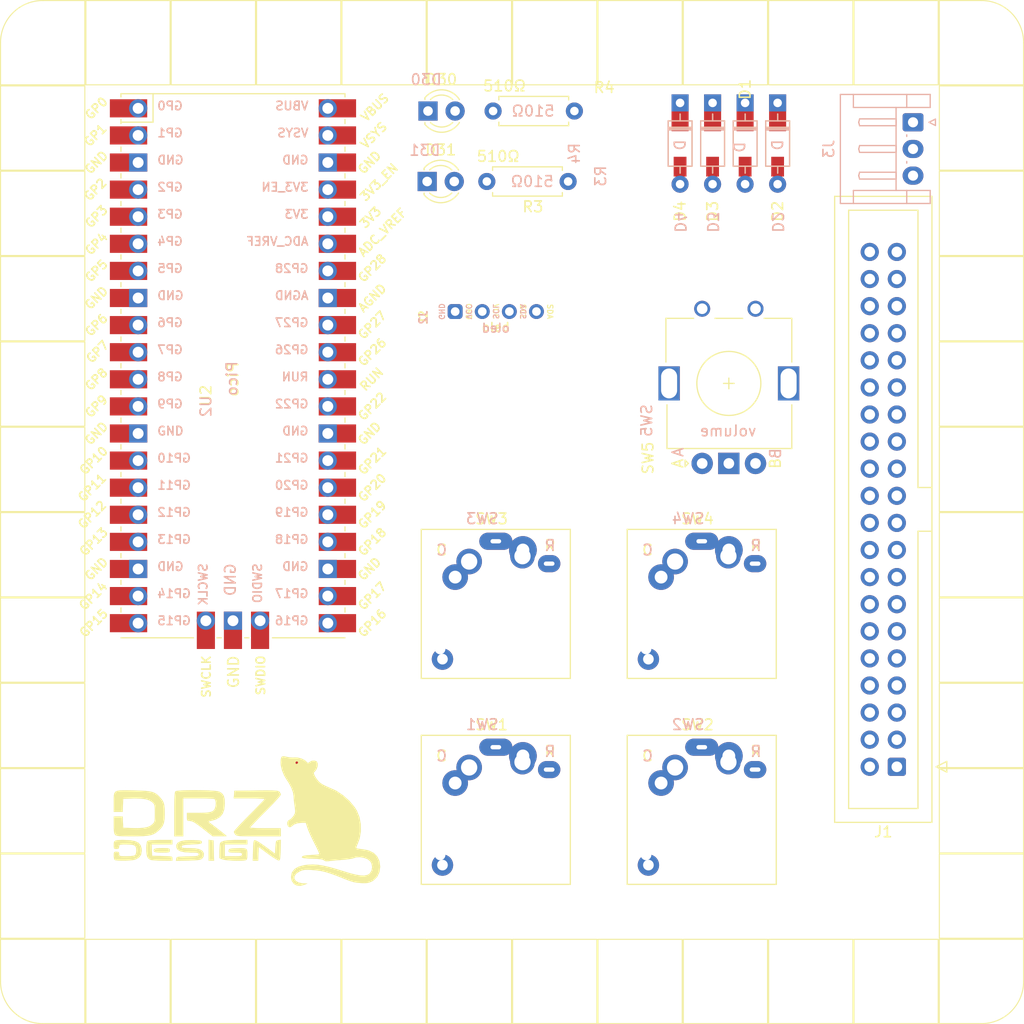
<source format=kicad_pcb>
(kicad_pcb (version 20211014) (generator pcbnew)
  (layers (0 "F.Cu" signal) (31 "B.Cu" signal) (34 "B.Paste" user) (35 "F.Paste" user) (36 "B.SilkS" user "B.Silkscreen") (37 "F.SilkS" user "F.Silkscreen") (38 "B.Mask" user) (39 "F.Mask" user) (44 "Edge.Cuts" user))
  (net 0 "")
  (net 1 "c1")
  (net 2 "c2")
  (net 3 "SCLK")
  (net 4 "MISO")
  (net 7 "r1")
  (net 8 "r2")
  (net 9 "GND")
  (net 12 "gnd")
  (net 15 "+3V3")
  (net 20 "ea")
  (net 21 "eb")
  (net 22 "MOSI")
  (net 23 "SCL")
  (net 24 "5V")
  (net 25 "SDA")
  (net 30 "leds_data")
  (net 33 "led1")
  (net 34 "led2")
  (net 35 "+5V")
  (net 36 "Net-(D5-Pad1)")
  (net 37 "run")
  (net 38 "Net-(D1-Pad1)")
  (net 39 "Net-(D2-Pad1)")
  (net 40 "Net-(D3-Pad1)")
  (net 41 "Net-(D4-Pad1)")
  (net 42 "Net-(D30-Pad2)")
  (net 43 "Net-(D31-Pad2)")
  (net 50 "tx")
  (net 52 "rx")
  (footprint "m65:diode_v" (layer "F.Cu") (at 123.952 30.734 -90)
    (fp_text reference "D1" (at -1.27 0 90) (layer "F.SilkS"))
    (fp_text value "D")
    (pad "1" smd rect (at 1.725 0 270) (size 1.85 1.6) (layers "F.Cu" "F.Paste" "F.Mask") (net 38 "Net-(D1-Pad1)"))
    (pad "1" thru_hole rect (at 0 0 270) (size 1.6 1.6) (drill 0.8) (layers *.Cu *.Mask) (net 38 "Net-(D1-Pad1)"))
    (pad "2" thru_hole oval (at 7.62 0 270) (size 1.6 1.6) (drill 0.8) (layers *.Cu *.Mask) (net 1 "c1"))
    (pad "2" smd rect (at 5.975 0 270) (size 1.85 1.2) (layers "F.Cu" "F.Paste" "F.Mask") (net 1 "c1"))
  )
  (footprint "m65:diode_v" (layer "F.Cu") (at 127 30.734 -90)
    (fp_text reference "D2" (at 10.16 0 90) (layer "F.SilkS"))
    (fp_text value "D")
    (fp_text user "${VALUE}" (at 3.95 0 90) (layer "B.SilkS") (effects (justify mirror)))
    (fp_text user "${REFERENCE}" (at 11.175 0 -90 unlocked) (layer "B.SilkS") (effects (justify mirror)))
    (pad "1" smd rect (at 1.725 0 270) (size 1.85 1.6) (layers "F.Cu" "F.Paste" "F.Mask") (net 39 "Net-(D2-Pad1)"))
    (pad "1" thru_hole rect (at 0 0 270) (size 1.6 1.6) (drill 0.8) (layers *.Cu *.Mask) (net 39 "Net-(D2-Pad1)"))
    (pad "2" smd rect (at 5.975 0 270) (size 1.85 1.2) (layers "F.Cu" "F.Paste" "F.Mask") (net 1 "c1"))
    (pad "2" thru_hole oval (at 7.62 0 270) (size 1.6 1.6) (drill 0.8) (layers *.Cu *.Mask) (net 1 "c1"))
  )
  (footprint "m65:diode_v" (layer "F.Cu") (at 120.904 30.734 -90)
    (fp_text reference "D3" (at 10.16 0 90) (layer "F.SilkS"))
    (fp_text value "D")
    (fp_text user "${REFERENCE}" (at 11.175 0 -90 unlocked) (layer "B.SilkS") (effects (justify mirror)))
    (fp_text user "${VALUE}" (at 4.158 -2.54 90) (layer "B.SilkS") (effects (justify mirror)))
    (pad "1" thru_hole rect (at 0 0 270) (size 1.6 1.6) (drill 0.8) (layers *.Cu *.Mask) (net 40 "Net-(D3-Pad1)"))
    (pad "1" smd rect (at 1.725 0 270) (size 1.85 1.6) (layers "F.Cu" "F.Paste" "F.Mask") (net 40 "Net-(D3-Pad1)"))
    (pad "2" thru_hole oval (at 7.62 0 270) (size 1.6 1.6) (drill 0.8) (layers *.Cu *.Mask) (net 2 "c2"))
    (pad "2" smd rect (at 5.975 0 270) (size 1.85 1.2) (layers "F.Cu" "F.Paste" "F.Mask") (net 2 "c2"))
  )
  (footprint "m65:diode_v" (layer "F.Cu") (at 117.856 30.734 -90)
    (fp_text reference "D4" (at 10.16 0 90) (layer "F.SilkS"))
    (fp_text value "D")
    (fp_text user "${REFERENCE}" (at 11.175 0 -90 unlocked) (layer "B.SilkS") (effects (justify mirror)))
    (fp_text user "${VALUE}" (at 3.95 0 90) (layer "B.SilkS") (effects (justify mirror)))
    (pad "1" smd rect (at 1.725 0 270) (size 1.85 1.6) (layers "F.Cu" "F.Paste" "F.Mask") (net 41 "Net-(D4-Pad1)"))
    (pad "1" thru_hole rect (at 0 0 270) (size 1.6 1.6) (drill 0.8) (layers *.Cu *.Mask) (net 41 "Net-(D4-Pad1)"))
    (pad "2" smd rect (at 5.975 0 270) (size 1.85 1.2) (layers "F.Cu" "F.Paste" "F.Mask") (net 2 "c2"))
    (pad "2" thru_hole oval (at 7.62 0 270) (size 1.6 1.6) (drill 0.8) (layers *.Cu *.Mask) (net 2 "c2"))
  )
  (footprint "m65:LED_D3.0mm_lwr" (layer "F.Cu") (at 94.229 31.496)
    (fp_text reference "D30" (at 1.27 -2.96) (layer "F.SilkS"))
    (fp_text value "LED")
    (fp_text user "${REFERENCE}" (at -0.175 -2.95) (layer "B.SilkS") (effects (justify mirror)))
    (pad "1" thru_hole rect (at 0 0) (size 1.8 1.8) (drill 0.9) (layers *.Cu *.Mask) (net 9 "GND"))
    (pad "2" thru_hole circle (at 2.54 0) (size 1.8 1.8) (drill 0.9) (layers *.Cu *.Mask) (net 42 "Net-(D30-Pad2)"))
  )
  (footprint "m65:LED_D3.0mm_rse" (layer "F.Cu") (at 94.149 38.1)
    (fp_text reference "D31" (at 1.27 -2.96) (layer "F.SilkS"))
    (fp_text value "LED")
    (fp_text user "${REFERENCE}" (at -0.225 -2.925) (layer "B.SilkS") (effects (justify mirror)))
    (pad "1" thru_hole rect (at 0 0) (size 1.8 1.8) (drill 0.9) (layers *.Cu *.Mask) (net 9 "GND"))
    (pad "2" thru_hole circle (at 2.54 0) (size 1.8 1.8) (drill 0.9) (layers *.Cu *.Mask) (net 43 "Net-(D31-Pad2)"))
  )
  (footprint "m65:R510_led" (layer "F.Cu") (at 107.362 38.1 180)
    (fp_text reference "R3" (at 3.302 -2.37) (layer "F.SilkS"))
    (fp_text value "510Ω" (at 6.55 2.35) (layer "F.SilkS"))
    (fp_text user "${VALUE}" (at 3.367 0) (layer "B.SilkS") (effects (justify mirror)))
    (fp_text user "${REFERENCE}" (at -3.048 0.508 90) (layer "B.SilkS") (effects (justify mirror)))
    (pad "1" thru_hole circle (at 0 0 180) (size 1.6 1.6) (drill 0.8) (layers *.Cu *.Mask) (net 42 "Net-(D30-Pad2)"))
    (pad "2" thru_hole oval (at 7.62 0 180) (size 1.6 1.6) (drill 0.8) (layers *.Cu *.Mask) (net 33 "led1"))
  )
  (footprint "m65:R510_led" (layer "F.Cu") (at 107.95 31.496 180)
    (fp_text reference "R4" (at -2.794 2.202) (layer "F.SilkS"))
    (fp_text value "510Ω" (at 6.55 2.35) (layer "F.SilkS"))
    (fp_text user "${REFERENCE}" (at 0 -3.976 90) (layer "B.SilkS") (effects (justify mirror)))
    (fp_text user "${VALUE}" (at 3.875 0) (layer "B.SilkS") (effects (justify mirror)))
    (pad "1" thru_hole circle (at 0 0 180) (size 1.6 1.6) (drill 0.8) (layers *.Cu *.Mask) (net 43 "Net-(D31-Pad2)"))
    (pad "2" thru_hole oval (at 7.62 0 180) (size 1.6 1.6) (drill 0.8) (layers *.Cu *.Mask) (net 34 "led2"))
  )
  (footprint "m-lego:CherryMX_ChocV2_1u-3dchocov2" (layer "F.Cu") (at 100.584 97.028)
    (fp_text reference "SW1" hide)
    (fp_text value "mx" hide)
    (fp_text user "R" (at 5.08 -5.5 unlocked) (layer "B.SilkS") (effects (justify mirror)))
    (fp_text user "C" (at -5.08 -5.08 unlocked) (layer "B.SilkS") (effects (justify mirror)))
    (fp_text user "${REFERENCE}" (at -1.27 -8.02 unlocked) (layer "B.SilkS") (effects (justify mirror)))
    (fp_text user "${REFERENCE}" (at -0.4 -8 unlocked) (layer "F.SilkS"))
    (fp_text user "R" (at 5.08 -5.5 unlocked) (layer "F.SilkS"))
    (fp_text user "C" (at -5.08 -5.08 unlocked) (layer "F.SilkS"))
    (pad "" np_thru_hole circle (at -5.22 4.2) (size 0.9906 0.9906) (drill 0.9906) (layers F&B.Cu *.Mask))
    (pad "" np_thru_hole circle (at 5.5 0) (size 1.7 1.7) (drill 1.7) (layers F&B.Cu *.Mask))
    (pad "" np_thru_hole circle (at 0 0 90) (size 4.8 4.8) (drill 4.8) (layers F&B.Cu *.Mask))
    (pad "" np_thru_hole circle (at -5.5 0) (size 1.7 1.7) (drill 1.7) (layers F&B.Cu *.Mask))
    (pad "" np_thru_hole circle (at -5.08 0) (size 1.7 1.7) (drill 1.7) (layers *.Cu *.Mask))
    (pad "" np_thru_hole circle (at 5.08 0) (size 1.7 1.7) (drill 1.7) (layers *.Cu *.Mask))
    (pad "" thru_hole circle (at -5 5.15 0.5) (size 2 2) (drill 1) (layers *.Cu *.Mask))
    (pad "1" thru_hole circle (at 2.54 -5.08) (size 2.6 2.6) (drill 1.2) (layers *.Cu *.Mask) (net 7 "r1"))
    (pad "1" thru_hole oval (at 0 -5.9) (size 3.1 1.6) (drill oval 1 0.4) (layers *.Cu *.Mask) (net 7 "r1"))
    (pad "1" thru_hole circle (at 2.5 -4.5) (size 2.3 2.3) (drill 1.524) (layers *.Cu *.Mask) (net 7 "r1"))
    (pad "2" thru_hole oval (at 5 -3.8) (size 2.1 1.6) (drill oval 1 0.4) (layers *.Cu *.Mask) (net 38 "Net-(D1-Pad1)"))
    (pad "2" thru_hole circle (at -2.5 -4) (size 2.4 2.4) (drill 1.524) (layers *.Cu *.Mask) (net 38 "Net-(D1-Pad1)"))
    (pad "2" thru_hole circle (at -3.81 -2.54) (size 2.4 2.4) (drill 1.2) (layers *.Cu *.Mask) (net 38 "Net-(D1-Pad1)"))
  )
  (footprint "m-lego:CherryMX_ChocV2_1u-3dchocov2" (layer "F.Cu") (at 119.888 97.028)
    (fp_text reference "SW2" hide)
    (fp_text value "mx" hide)
    (fp_text user "C" (at -5.08 -5.08 unlocked) (layer "B.SilkS") (effects (justify mirror)))
    (fp_text user "${REFERENCE}" (at -1.27 -8.02 unlocked) (layer "B.SilkS") (effects (justify mirror)))
    (fp_text user "R" (at 5.08 -5.5 unlocked) (layer "B.SilkS") (effects (justify mirror)))
    (fp_text user "R" (at 5.08 -5.5 unlocked) (layer "F.SilkS"))
    (fp_text user "C" (at -5.08 -5.08 unlocked) (layer "F.SilkS"))
    (fp_text user "${REFERENCE}" (at -0.4 -8 unlocked) (layer "F.SilkS"))
    (pad "" np_thru_hole circle (at 0 0 90) (size 4.8 4.8) (drill 4.8) (layers F&B.Cu *.Mask))
    (pad "" np_thru_hole circle (at -5.22 4.2) (size 0.9906 0.9906) (drill 0.9906) (layers F&B.Cu *.Mask))
    (pad "" thru_hole circle (at -5 5.15 0.5) (size 2 2) (drill 1) (layers *.Cu *.Mask))
    (pad "" np_thru_hole circle (at 5.5 0) (size 1.7 1.7) (drill 1.7) (layers F&B.Cu *.Mask))
    (pad "" np_thru_hole circle (at 5.08 0) (size 1.7 1.7) (drill 1.7) (layers *.Cu *.Mask))
    (pad "" np_thru_hole circle (at -5.08 0) (size 1.7 1.7) (drill 1.7) (layers *.Cu *.Mask))
    (pad "" np_thru_hole circle (at -5.5 0) (size 1.7 1.7) (drill 1.7) (layers F&B.Cu *.Mask))
    (pad "1" thru_hole oval (at 0 -5.9) (size 3.1 1.6) (drill oval 1 0.4) (layers *.Cu *.Mask) (net 8 "r2"))
    (pad "1" thru_hole circle (at 2.54 -5.08) (size 2.6 2.6) (drill 1.2) (layers *.Cu *.Mask) (net 8 "r2"))
    (pad "1" thru_hole circle (at 2.5 -4.5) (size 2.3 2.3) (drill 1.524) (layers *.Cu *.Mask) (net 8 "r2"))
    (pad "2" thru_hole oval (at 5 -3.8) (size 2.1 1.6) (drill oval 1 0.4) (layers *.Cu *.Mask) (net 39 "Net-(D2-Pad1)"))
    (pad "2" thru_hole circle (at -3.81 -2.54) (size 2.4 2.4) (drill 1.2) (layers *.Cu *.Mask) (net 39 "Net-(D2-Pad1)"))
    (pad "2" thru_hole circle (at -2.5 -4) (size 2.4 2.4) (drill 1.524) (layers *.Cu *.Mask) (net 39 "Net-(D2-Pad1)"))
  )
  (footprint "m-lego:CherryMX_ChocV2_1u-3dchocov2" (layer "F.Cu") (at 100.584 77.724)
    (fp_text reference "SW3" hide)
    (fp_text value "mx" hide)
    (fp_text user "${REFERENCE}" (at -1.27 -8.02 unlocked) (layer "B.SilkS") (effects (justify mirror)))
    (fp_text user "R" (at 5.08 -5.5 unlocked) (layer "B.SilkS") (effects (justify mirror)))
    (fp_text user "C" (at -5.08 -5.08 unlocked) (layer "B.SilkS") (effects (justify mirror)))
    (fp_text user "C" (at -5.08 -5.08 unlocked) (layer "F.SilkS"))
    (fp_text user "R" (at 5.08 -5.5 unlocked) (layer "F.SilkS"))
    (fp_text user "${REFERENCE}" (at -0.4 -8 unlocked) (layer "F.SilkS"))
    (pad "" np_thru_hole circle (at 5.5 0) (size 1.7 1.7) (drill 1.7) (layers F&B.Cu *.Mask))
    (pad "" np_thru_hole circle (at -5.5 0) (size 1.7 1.7) (drill 1.7) (layers F&B.Cu *.Mask))
    (pad "" np_thru_hole circle (at 5.08 0) (size 1.7 1.7) (drill 1.7) (layers *.Cu *.Mask))
    (pad "" thru_hole circle (at -5 5.15 0.5) (size 2 2) (drill 1) (layers *.Cu *.Mask))
    (pad "" np_thru_hole circle (at 0 0 90) (size 4.8 4.8) (drill 4.8) (layers F&B.Cu *.Mask))
    (pad "" np_thru_hole circle (at -5.08 0) (size 1.7 1.7) (drill 1.7) (layers *.Cu *.Mask))
    (pad "" np_thru_hole circle (at -5.22 4.2) (size 0.9906 0.9906) (drill 0.9906) (layers F&B.Cu *.Mask))
    (pad "1" thru_hole circle (at 2.54 -5.08) (size 2.6 2.6) (drill 1.2) (layers *.Cu *.Mask) (net 7 "r1"))
    (pad "1" thru_hole oval (at 0 -5.9) (size 3.1 1.6) (drill oval 1 0.4) (layers *.Cu *.Mask) (net 7 "r1"))
    (pad "1" thru_hole circle (at 2.5 -4.5) (size 2.3 2.3) (drill 1.524) (layers *.Cu *.Mask) (net 7 "r1"))
    (pad "2" thru_hole circle (at -2.5 -4) (size 2.4 2.4) (drill 1.524) (layers *.Cu *.Mask) (net 40 "Net-(D3-Pad1)"))
    (pad "2" thru_hole oval (at 5 -3.8) (size 2.1 1.6) (drill oval 1 0.4) (layers *.Cu *.Mask) (net 40 "Net-(D3-Pad1)"))
    (pad "2" thru_hole circle (at -3.81 -2.54) (size 2.4 2.4) (drill 1.2) (layers *.Cu *.Mask) (net 40 "Net-(D3-Pad1)"))
  )
  (footprint "m65:RotaryEncoder_Alps_EC11E_Vertical_H20mm" (layer "F.Cu") (at 119.928 64.529 90)
    (fp_text reference "SW5" (at 0.508 -5.08 90) (layer "F.SilkS"))
    (fp_text value "volume")
    (fp_text user "${VALUE}" (at 3.05 2.425) (layer "B.SilkS") (effects (justify mirror)))
    (fp_text user "B" (at 0.925 6.875 90 unlocked) (layer "B.SilkS") (effects (justify mirror)))
    (fp_text user "A" (at 1.05 -2.275 90 unlocked) (layer "B.SilkS") (effects (justify mirror)))
    (fp_text user "${REFERENCE}" (at 4.025 -5.2 90) (layer "B.SilkS") (effects (justify mirror)))
    (fp_text user "B" (at 0 6.858 90 unlocked) (layer "F.SilkS"))
    (fp_text user "A" (at 0 -2.286 90 unlocked) (layer "F.SilkS"))
    (pad "A" thru_hole circle (at 0 0 90) (size 2 2) (drill 1) (layers *.Cu *.Mask) (net 20 "ea"))
    (pad "B" thru_hole circle (at 0 5 90) (size 2 2) (drill 1) (layers *.Cu *.Mask) (net 21 "eb"))
    (pad "C" thru_hole rect (at 0 2.5 90) (size 2 2) (drill 1) (layers *.Cu *.Mask) (net 12 "gnd"))
    (pad "MP" thru_hole rect (at 7.5 8.1 90) (size 3.2 2) (drill oval 2.8 1.5) (layers *.Cu *.Mask))
    (pad "MP" thru_hole rect (at 7.5 -3.1 90) (size 3.2 2) (drill oval 2.8 1.5) (layers *.Cu *.Mask))
    (pad "S1" thru_hole circle (at 14.5 0 90) (size 1.5 1.5) (drill 1) (layers *.Cu *.Mask) (net 36 "Net-(D5-Pad1)"))
    (pad "S2" thru_hole circle (at 14.5 5 90) (size 1.5 1.5) (drill 1) (layers *.Cu *.Mask) (net 7 "r1"))
  )
  (footprint "m-lego:LegoHole_12x12u_4875" (layer "F.Cu") (at 58.108 25.088)
    (fp_text reference "H1" hide)
    (fp_text value "MountingHole" hide)
    (pad "" np_thru_hole circle (at 8 0 90) (size 4.875 4.875) (drill 4.875) (layers F&B.Cu *.Mask))
    (pad "" np_thru_hole circle (at 72 0 90) (size 4.875 4.875) (drill 4.875) (layers F&B.Cu *.Mask))
    (pad "" np_thru_hole circle (at 88 32) (size 4.875 4.875) (drill 4.875) (layers F&B.Cu *.Mask))
    (pad "" np_thru_hole circle (at 88 0) (size 4.875 4.875) (drill 4.875) (layers F&B.Cu *.Mask))
    (pad "" np_thru_hole circle (at 88 64) (size 4.875 4.875) (drill 4.875) (layers F&B.Cu *.Mask))
    (pad "" np_thru_hole circle (at 32 0 90) (size 4.875 4.875) (drill 4.875) (layers F&B.Cu *.Mask))
    (pad "" np_thru_hole circle (at 16 88 270) (size 4.875 4.875) (drill 4.875) (layers F&B.Cu *.Mask))
    (pad "" np_thru_hole circle (at 24 0 90) (size 4.875 4.875) (drill 4.875) (layers F&B.Cu *.Mask))
    (pad "" np_thru_hole circle (at 88 56) (size 4.875 4.875) (drill 4.875) (layers F&B.Cu *.Mask))
    (pad "" np_thru_hole circle (at 88 48) (size 4.875 4.875) (drill 4.875) (layers F&B.Cu *.Mask))
    (pad "" np_thru_hole circle (at 80 0 90) (size 4.875 4.875) (drill 4.875) (layers F&B.Cu *.Mask))
    (pad "" np_thru_hole circle (at 0 40 180) (size 4.875 4.875) (drill 4.875) (layers F&B.Cu *.Mask))
    (pad "" np_thru_hole circle (at 24 88 270) (size 4.875 4.875) (drill 4.875) (layers F&B.Cu *.Mask))
    (pad "" np_thru_hole circle (at 56 0 90) (size 4.875 4.875) (drill 4.875) (layers F&B.Cu *.Mask))
    (pad "" np_thru_hole circle (at 0 0 90) (size 4.875 4.875) (drill 4.875) (layers F&B.Cu *.Mask))
    (pad "" np_thru_hole circle (at 64 0 90) (size 4.875 4.875) (drill 4.875) (layers F&B.Cu *.Mask))
    (pad "" np_thru_hole circle (at 88 16) (size 4.875 4.875) (drill 4.875) (layers F&B.Cu *.Mask))
    (pad "" np_thru_hole circle (at 0 8 180) (size 4.875 4.875) (drill 4.875) (layers F&B.Cu *.Mask))
    (pad "" np_thru_hole circle (at 88 72) (size 4.875 4.875) (drill 4.875) (layers F&B.Cu *.Mask))
    (pad "" np_thru_hole circle (at 32 88 270) (size 4.875 4.875) (drill 4.875) (layers F&B.Cu *.Mask))
    (pad "" np_thru_hole circle (at 0 80 180) (size 4.875 4.875) (drill 4.875) (layers F&B.Cu *.Mask))
    (pad "" np_thru_hole circle (at 0 48 180) (size 4.875 4.875) (drill 4.875) (layers F&B.Cu *.Mask))
    (pad "" np_thru_hole circle (at 48 0 90) (size 4.875 4.875) (drill 4.875) (layers F&B.Cu *.Mask))
    (pad "" np_thru_hole circle (at 88 40) (size 4.875 4.875) (drill 4.875) (layers F&B.Cu *.Mask))
    (pad "" np_thru_hole circle (at 72 88 270) (size 4.875 4.875) (drill 4.875) (layers F&B.Cu *.Mask))
    (pad "" np_thru_hole circle (at 40 0 90) (size 4.875 4.875) (drill 4.875) (layers F&B.Cu *.Mask))
    (pad "" np_thru_hole circle (at 8 88 270) (size 4.875 4.875) (drill 4.875) (layers F&B.Cu *.Mask))
    (pad "" np_thru_hole circle (at 88 80) (size 4.875 4.875) (drill 4.875) (layers F&B.Cu *.Mask))
    (pad "" np_thru_hole circle (at 16 0 90) (size 4.875 4.875) (drill 4.875) (layers F&B.Cu *.Mask))
    (pad "" np_thru_hole circle (at 88 8) (size 4.875 4.875) (drill 4.875) (layers F&B.Cu *.Mask))
    (pad "" np_thru_hole circle (at 0 16 180) (size 4.875 4.875) (drill 4.875) (layers F&B.Cu *.Mask))
    (pad "" np_thru_hole circle (at 88 88 270) (size 4.875 4.875) (drill 4.875) (layers F&B.Cu *.Mask))
    (pad "" np_thru_hole circle (at 40 88 270) (size 4.875 4.875) (drill 4.875) (layers F&B.Cu *.Mask))
    (pad "" np_thru_hole circle (at 48 88 270) (size 4.875 4.875) (drill 4.875) (layers F&B.Cu *.Mask))
    (pad "" np_thru_hole circle (at 0 88 180) (size 4.875 4.875) (drill 4.875) (layers F&B.Cu *.Mask))
    (pad "" np_thru_hole circle (at 0 64 180) (size 4.875 4.875) (drill 4.875) (layers F&B.Cu *.Mask))
    (pad "" np_thru_hole circle (at 0 32 180) (size 4.875 4.875) (drill 4.875) (layers F&B.Cu *.Mask))
    (pad "" np_thru_hole circle (at 0 72 180) (size 4.875 4.875) (drill 4.875) (layers F&B.Cu *.Mask))
    (pad "" np_thru_hole circle (at 80 88 270) (size 4.875 4.875) (drill 4.875) (layers F&B.Cu *.Mask))
    (pad "" np_thru_hole circle (at 64 88 270) (size 4.875 4.875) (drill 4.875) (layers F&B.Cu *.Mask))
    (pad "" np_thru_hole circle (at 0 56 180) (size 4.875 4.875) (drill 4.875) (layers F&B.Cu *.Mask))
    (pad "" np_thru_hole circle (at 56 88 270) (size 4.875 4.875) (drill 4.875) (layers F&B.Cu *.Mask))
    (pad "" np_thru_hole circle (at 0 24 180) (size 4.875 4.875) (drill 4.875) (layers F&B.Cu *.Mask))
    (pad "" np_thru_hole circle (at 88 24) (size 4.875 4.875) (drill 4.875) (layers F&B.Cu *.Mask))
  )
  (footprint "Connector_IDC:IDC-Header_2x20_P2.54mm_Vertical" (layer "F.Cu") (at 138.176 92.964 180)
    (fp_text reference "J1" (at 1.27 -6.1) (layer "F.SilkS"))
    (fp_text value "EXT. PORT")
    (pad "1" thru_hole roundrect (at 0 0 180) (size 1.7 1.7) (drill 1) (layers *.Cu *.Mask) (roundrect_rratio 0.147059) (net 15 "+3V3"))
    (pad "2" thru_hole circle (at 2.54 0 180) (size 1.7 1.7) (drill 1) (layers *.Cu *.Mask) (net 35 "+5V"))
    (pad "3" thru_hole circle (at 0 2.54 180) (size 1.7 1.7) (drill 1) (layers *.Cu *.Mask) (net 25 "SDA"))
    (pad "4" thru_hole circle (at 2.54 2.54 180) (size 1.7 1.7) (drill 1) (layers *.Cu *.Mask) (net 35 "+5V"))
    (pad "5" thru_hole circle (at 0 5.08 180) (size 1.7 1.7) (drill 1) (layers *.Cu *.Mask) (net 23 "SCL"))
    (pad "6" thru_hole circle (at 2.54 5.08 180) (size 1.7 1.7) (drill 1) (layers *.Cu *.Mask) (net 9 "GND"))
    (pad "7" thru_hole circle (at 0 7.62 180) (size 1.7 1.7) (drill 1) (layers *.Cu *.Mask))
    (pad "8" thru_hole circle (at 2.54 7.62 180) (size 1.7 1.7) (drill 1) (layers *.Cu *.Mask) (net 50 "tx"))
    (pad "9" thru_hole circle (at 0 10.16 180) (size 1.7 1.7) (drill 1) (layers *.Cu *.Mask) (net 9 "GND"))
    (pad "10" thru_hole circle (at 2.54 10.16 180) (size 1.7 1.7) (drill 1) (layers *.Cu *.Mask) (net 52 "rx"))
    (pad "11" thru_hole circle (at 0 12.7 180) (size 1.7 1.7) (drill 1) (layers *.Cu *.Mask))
    (pad "12" thru_hole circle (at 2.54 12.7 180) (size 1.7 1.7) (drill 1) (layers *.Cu *.Mask))
    (pad "13" thru_hole circle (at 0 15.24 180) (size 1.7 1.7) (drill 1) (layers *.Cu *.Mask))
    (pad "14" thru_hole circle (at 2.54 15.24 180) (size 1.7 1.7) (drill 1) (layers *.Cu *.Mask) (net 9 "GND"))
    (pad "15" thru_hole circle (at 0 17.78 180) (size 1.7 1.7) (drill 1) (layers *.Cu *.Mask))
    (pad "16" thru_hole circle (at 2.54 17.78 180) (size 1.7 1.7) (drill 1) (layers *.Cu *.Mask))
    (pad "17" thru_hole circle (at 0 20.32 180) (size 1.7 1.7) (drill 1) (layers *.Cu *.Mask) (net 15 "+3V3"))
    (pad "18" thru_hole circle (at 2.54 20.32 180) (size 1.7 1.7) (drill 1) (layers *.Cu *.Mask))
    (pad "19" thru_hole circle (at 0 22.86 180) (size 1.7 1.7) (drill 1) (layers *.Cu *.Mask) (net 22 "MOSI"))
    (pad "20" thru_hole circle (at 2.54 22.86 180) (size 1.7 1.7) (drill 1) (layers *.Cu *.Mask) (net 9 "GND"))
    (pad "21" thru_hole circle (at 0 25.4 180) (size 1.7 1.7) (drill 1) (layers *.Cu *.Mask) (net 4 "MISO"))
    (pad "22" thru_hole circle (at 2.54 25.4 180) (size 1.7 1.7) (drill 1) (layers *.Cu *.Mask))
    (pad "23" thru_hole circle (at 0 27.94 180) (size 1.7 1.7) (drill 1) (layers *.Cu *.Mask) (net 3 "SCLK"))
    (pad "24" thru_hole circle (at 2.54 27.94 180) (size 1.7 1.7) (drill 1) (layers *.Cu *.Mask))
    (pad "25" thru_hole circle (at 0 30.48 180) (size 1.7 1.7) (drill 1) (layers *.Cu *.Mask) (net 9 "GND"))
    (pad "26" thru_hole circle (at 2.54 30.48 180) (size 1.7 1.7) (drill 1) (layers *.Cu *.Mask))
    (pad "27" thru_hole circle (at 0 33.02 180) (size 1.7 1.7) (drill 1) (layers *.Cu *.Mask))
    (pad "28" thru_hole circle (at 2.54 33.02 180) (size 1.7 1.7) (drill 1) (layers *.Cu *.Mask))
    (pad "29" thru_hole circle (at 0 35.56 180) (size 1.7 1.7) (drill 1) (layers *.Cu *.Mask))
    (pad "30" thru_hole circle (at 2.54 35.56 180) (size 1.7 1.7) (drill 1) (layers *.Cu *.Mask) (net 9 "GND"))
    (pad "31" thru_hole circle (at 0 38.1 180) (size 1.7 1.7) (drill 1) (layers *.Cu *.Mask))
    (pad "32" thru_hole circle (at 2.54 38.1 180) (size 1.7 1.7) (drill 1) (layers *.Cu *.Mask))
    (pad "33" thru_hole circle (at 0 40.64 180) (size 1.7 1.7) (drill 1) (layers *.Cu *.Mask))
    (pad "34" thru_hole circle (at 2.54 40.64 180) (size 1.7 1.7) (drill 1) (layers *.Cu *.Mask) (net 9 "GND"))
    (pad "35" thru_hole circle (at 0 43.18 180) (size 1.7 1.7) (drill 1) (layers *.Cu *.Mask))
    (pad "36" thru_hole circle (at 2.54 43.18 180) (size 1.7 1.7) (drill 1) (layers *.Cu *.Mask))
    (pad "37" thru_hole circle (at 0 45.72 180) (size 1.7 1.7) (drill 1) (layers *.Cu *.Mask))
    (pad "38" thru_hole circle (at 2.54 45.72 180) (size 1.7 1.7) (drill 1) (layers *.Cu *.Mask))
    (pad "39" thru_hole circle (at 0 48.26 180) (size 1.7 1.7) (drill 1) (layers *.Cu *.Mask) (net 9 "GND"))
    (pad "40" thru_hole circle (at 2.54 48.26 180) (size 1.7 1.7) (drill 1) (layers *.Cu *.Mask))
  )
  (footprint "m-lego:RPi_Pico_SMD_TH" (layer "F.Cu") (at 75.946 55.372)
    (fp_text reference "U2" (at -2.54 2.8 90) (layer "F.SilkS"))
    (fp_text value "Pico")
    (fp_text user "GP13" (at -5.519047 16.28) (layer "B.SilkS") (effects (font (size 0.8 0.8)) (justify mirror)))
    (fp_text user "GP4" (at -5.9 -11.66) (layer "B.SilkS") (effects (font (size 0.8 0.8)) (justify mirror)))
    (fp_text user "GP14" (at -5.519047 21.36) (layer "B.SilkS") (effects (font (size 0.8 0.8)) (justify mirror)))
    (fp_text user "VSYS" (at 5.617429 -21.82) (layer "B.SilkS") (effects (font (size 0.8 0.8)) (justify mirror)))
    (fp_text user "SWCLK" (at -2.8 20.5 90) (layer "B.SilkS") (effects (font (size 0.8 0.8)) (justify mirror)))
    (fp_text user "GP7" (at -5.9 -1.5) (layer "B.SilkS") (effects (font (size 0.8 0.8)) (justify mirror)))
    (fp_text user "GND" (at 5.846 18.82) (layer "B.SilkS") (effects (font (size 0.8 0.8)) (justify mirror)))
    (fp_text user "3V3_EN" (at 4.874572 -16.74) (layer "B.SilkS") (effects (font (size 0.8 0.8)) (justify mirror)))
    (fp_text user "GP28" (at 5.503143 -9.12) (layer "B.SilkS") (effects (font (size 0.8 0.8)) (justify mirror)))
    (fp_text user "GND" (at -0.25 20.061905 90 unlocked) (layer "B.SilkS") (effects (justify mirror)))
    (fp_text user "${REFERENCE" (at -2.54 3.81 90 unlocked) (layer "B.SilkS") (effects (justify mirror)))
    (fp_text user "GP5" (at -5.9 -9.12) (layer "B.SilkS") (effects (font (size 0.8 0.8)) (justify mirror)))
    (fp_text user "GP1" (at -5.9 -21.82) (layer "B.SilkS") (effects (font (size 0.8 0.8)) (justify mirror)))
    (fp_text user "GP17" (at 5.503143 21.36) (layer "B.SilkS") (effects (font (size 0.8 0.8)) (justify mirror)))
    (fp_text user "GP18" (at 5.503143 16.28) (layer "B.SilkS") (effects (font (size 0.8 0.8)) (justify mirror)))
    (fp_text user "GP8" (at -5.9 1.04) (layer "B.SilkS") (effects (font (size 0.8 0.8)) (justify mirror)))
    (fp_text user "GP15" (at -5.519047 23.9) (layer "B.SilkS") (effects (font (size 0.8 0.8)) (justify mirror)))
    (fp_text user "GP20" (at 5.503143 11.2) (layer "B.SilkS") (effects (font (size 0.8 0.8)) (justify mirror)))
    (fp_text user "3V3" (at 5.960286 -14.2) (layer "B.SilkS") (effects (font (size 0.8 0.8)) (justify mirror)))
    (fp_text user "RUN" (at 5.826953 1.04) (layer "B.SilkS") (effects (font (size 0.8 0.8)) (justify mirror)))
    (fp_text user "GP6" (at -5.9 -4.04) (layer "B.SilkS") (effects (font (size 0.8 0.8)) (justify mirror)))
    (fp_text user "GND" (at 5.846 -19.28) (layer "B.SilkS") (effects (font (size 0.8 0.8)) (justify mirror)))
    (fp_text user "GP22" (at 5.503143 3.58) (layer "B.SilkS") (effects (font (size 0.8 0.8)) (justify mirror)))
    (fp_text user "GP12" (at -5.519047 13.74) (layer "B.SilkS") (effects (font (size 0.8 0.8)) (justify mirror)))
    (fp_text user "GP0" (at -5.9 -24.36) (layer "B.SilkS") (effects (font (size 0.8 0.8)) (justify mirror)))
    (fp_text user "GP11" (at -5.519047 11.2) (layer "B.SilkS") (effects (font (size 0.8 0.8)) (justify mirror)))
    (fp_text user "GP19" (at 5.503143 13.74) (layer "B.SilkS") (effects (font (size 0.8 0.8)) (justify mirror)))
    (fp_text user "GP27" (at 5.503143 -4.04) (layer "B.SilkS") (effects (font (size 0.8 0.8)) (justify mirror)))
    (fp_text user "SWDIO" (at 2.3 20.385714 90) (layer "B.SilkS") (effects (font (size 0.8 0.8)) (justify mirror)))
    (fp_text user "GND" (at -5.861905 6.12) (layer "B.SilkS") (effects (font (size 0.8 0.8))))
    (fp_text user "GP9" (at -5.9 3.58) (layer "B.SilkS") (effects (font (size 0.8 0.8)) (justify mirror)))
    (fp_text user "${VALUE}" (at -0.1 1.2 90) (layer "B.SilkS") (effects (justify mirror)))
    (fp_text user "GND" (at 5.846 6.12) (layer "B.SilkS") (effects (font (size 0.8 0.8)) (justify mirror)))
    (fp_text user "AGND" (at 5.503143 -6.58) (layer "B.SilkS") (effects (font (size 0.8 0.8)) (justify mirror)))
    (fp_text user "VBUS" (at 5.522191 -24.36) (layer "B.SilkS") (effects (font (size 0.8 0.8)) (justify mirror)))
    (fp_text user "GND" (at -5.861905 18.82) (layer "B.SilkS") (effects (font (size 0.8 0.8)) (justify mirror)))
    (fp_text user "GP2" (at -5.9 -16.74) (layer "B.SilkS") (effects (font (size 0.8 0.8)) (justify mirror)))
    (fp_text user "GP26" (at 5.503143 -1.5) (layer "B.SilkS") (effects (font (size 0.8 0.8)) (justify mirror)))
    (fp_text user "GND" (at -5.861905 -19.28) (layer "B.SilkS") (effects (font (size 0.8 0.8)) (justify mirror)))
    (fp_text user "GP3" (at -5.9 -14.2) (layer "B.SilkS") (effects (font (size 0.8 0.8)) (justify mirror)))
    (fp_text user "GP16" (at 5.503143 23.9) (layer "B.SilkS") (effects (font (size 0.8 0.8)) (justify mirror)))
    (fp_text user "GP10" (at -5.519047 8.66) (layer "B.SilkS") (effects (font (size 0.8 0.8)) (justify mirror)))
    (fp_text user "GP21" (at 5.503143 8.66) (layer "B.SilkS") (effects (font (size 0.8 0.8)) (justify mirror)))
    (fp_text user "GND" (at -5.861905 -6.58) (layer "B.SilkS") (effects (font (size 0.8 0.8)) (justify mirror)))
    (fp_text user "ADC_VREF" (at 4.16981 -11.66) (layer "B.SilkS") (effects (font (size 0.8 0.8)) (justify mirror)))
    (fp_text user "GP5" (at -12.8 -8.89 45) (layer "F.SilkS") (effects (font (size 0.8 0.8))))
    (fp_text user "ADC_VREF" (at 14 -12.5 45) (layer "F.SilkS") (effects (font (size 0.8 0.8))))
    (fp_text user "GND" (at -12.8 -6.35 45) (layer "F.SilkS") (effects (font (size 0.8 0.8))))
    (fp_text user "GP27" (at 13.054 -3.8 45) (layer "F.SilkS") (effects (font (size 0.8 0.8))))
    (fp_text user "GP13" (at -13.054 16.51 45) (layer "F.SilkS") (effects (font (size 0.8 0.8))))
    (fp_text user "VBUS" (at 13.3 -24.2 45) (layer "F.SilkS") (effects (font (size 0.8 0.8))))
    (fp_text user "GP14" (at -13.1 21.59 45) (layer "F.SilkS") (effects (font (size 0.8 0.8))))
    (fp_text user "GP3" (at -12.8 -13.97 45) (layer "F.SilkS") (effects (font (size 0.8 0.8))))
    (fp_text user "GP15" (at -13.054 24.13 45) (layer "F.SilkS") (effects (font (size 0.8 0.8))))
    (fp_text user "GP10" (at -13.054 8.89 45) (layer "F.SilkS") (effects (font (size 0.8 0.8))))
    (fp_text user "GP17" (at 13.054 21.59 45) (layer "F.SilkS") (effects (font (size 0.8 0.8))))
    (fp_text user "GP4" (at -12.8 -11.43 45) (layer "F.SilkS") (effects (font (size 0.8 0.8))))
    (fp_text user "GP12" (at -13.2 13.97 45) (layer "F.SilkS") (effects (font (size 0.8 0.8))))
    (fp_text user "GND" (at -12.8 -19.05 45) (layer "F.SilkS") (effects (font (size 0.8 0.8))))
    (fp_text user "AGND" (at 13.054 -6.35 45) (layer "F.SilkS") (effects (font (size 0.8 0.8))))
    (fp_text user "GP18" (at 13.054 16.51 45) (layer "F.SilkS") (effects (font (size 0.8 0.8))))
    (fp_text user "GP28" (at 13.054 -9.144 45) (layer "F.SilkS") (effects (font (size 0.8 0.8))))
    (fp_text user "GND" (at 12.8 19.05 45) (layer "F.SilkS") (effects (font (size 0.8 0.8))))
    (fp_text user "GND" (at 0.05 28.7 90 unlocked) (layer "F.SilkS"))
    (fp_text user "GP2" (at -12.9 -16.51 45) (layer "F.SilkS") (effects (font (size 0.8 0.8))))
    (fp_text user "GP9" (at -12.8 3.81 45) (layer "F.SilkS") (effects (font (size 0.8 0.8))))
    (fp_text user "GND" (at 12.8 6.35 45) (layer "F.SilkS") (effects (font (size 0.8 0.8))))
    (fp_text user "GP7" (at -12.7 -1.3 45) (layer "F.SilkS") (effects (font (size 0.8 0.8))))
    (fp_text user "GP6" (at -12.8 -3.81 45) (layer "F.SilkS") (effects (font (size 0.8 0.8))))
    (fp_text user "GP1" (at -12.9 -21.6 45) (layer "F.SilkS") (effects (font (size 0.8 0.8))))
    (fp_text user "GP8" (at -12.8 1.27 45) (layer "F.SilkS") (effects (font (size 0.8 0.8))))
    (fp_text user "GP19" (at 13.054 13.97 45) (layer "F.SilkS") (effects (font (size 0.8 0.8))))
    (fp_text user "SWCLK" (at -2.5 29.138095 90) (layer "F.SilkS") (effects (font (size 0.8 0.8))))
    (fp_text user "GP22" (at 13.054 3.81 45) (layer "F.SilkS") (effects (font (size 0.8 0.8))))
    (fp_text user "GP20" (at 13.054 11.43 45) (layer "F.SilkS") (effects (font (size 0.8 0.8))))
    (fp_text user "GP0" (at -12.8 -24.13 45) (layer "F.SilkS") (effects (font (size 0.8 0.8))))
    (fp_text user "GP26" (at 13.054 -1.27 45) (layer "F.SilkS") (effects (font (size 0.8 0.8))))
    (fp_text user "VSYS" (at 13.2 -21.59 45) (layer "F.SilkS") (effects (font (size 0.8 0.8))))
    (fp_text user "SWDIO" (at 2.6 29.023809 90) (layer "F.SilkS") (effects (font (size 0.8 0.8))))
    (fp_text user "GP16" (at 13.054 24.13 45) (layer "F.SilkS") (effects (font (size 0.8 0.8))))
    (fp_text user "GND" (at -12.8 19.05 45) (layer "F.SilkS") (effects (font (size 0.8 0.8))))
    (fp_text user "RUN" (at 13 1.27 45) (layer "F.SilkS") (effects (font (size 0.8 0.8))))
    (fp_text user "GND" (at 12.8 -19.05 45) (layer "F.SilkS") (effects (font (size 0.8 0.8))))
    (fp_text user "${VALUE}" (at 0 1.27 90) (layer "F.SilkS") (effects (justify mirror)))
    (fp_text user "GND" (at -12.8 6.35 45) (layer "F.SilkS") (effects (font (size 0.8 0.8))))
    (fp_text user "3V3_EN" (at 13.7 -17.2 45) (layer "F.SilkS") (effects (font (size 0.8 0.8))))
    (fp_text user "GP21" (at 13.054 8.9 45) (layer "F.SilkS") (effects (font (size 0.8 0.8))))
    (fp_text user "GP11" (at -13.2 11.43 45) (layer "F.SilkS") (effects (font (size 0.8 0.8))))
    (fp_text user "3V3" (at 12.9 -13.9 45) (layer "F.SilkS") (effects (font (size 0.8 0.8))))
    (pad "" np_thru_hole oval (at 2.425 -20.97) (size 1.5 1.5) (drill 1.5) (layers *.Cu *.Mask))
    (pad "" np_thru_hole oval (at 2.725 -24) (size 1.8 1.8) (drill 1.8) (layers *.Cu *.Mask))
    (pad "" np_thru_hole oval (at -2.725 -24) (size 1.8 1.8) (drill 1.8) (layers *.Cu *.Mask))
    (pad "" np_thru_hole oval (at -2.425 -20.97) (size 1.5 1.5) (drill 1.5) (layers *.Cu *.Mask))
    (pad "1" smd rect (at -8.89 -24.13) (size 3.5 1.7) (drill (offset -0.9 0)) (layers "F.Cu" "F.Mask"))
    (pad "1" thru_hole oval (at -8.89 -24.13) (size 1.7 1.7) (drill 1.02) (layers *.Cu *.Mask))
    (pad "2" smd rect (at -8.89 -21.59) (size 3.5 1.7) (drill (offset -0.9 0)) (layers "F.Cu" "F.Mask"))
    (pad "2" thru_hole oval (at -8.89 -21.59) (size 1.7 1.7) (drill 1.02) (layers *.Cu *.Mask))
    (pad "3" smd rect (at -8.89 -19.05) (size 3.5 1.7) (drill (offset -0.9 0)) (layers "F.Cu" "F.Mask") (net 9 "GND"))
    (pad "3" thru_hole rect (at -8.89 -19.05) (size 1.7 1.7) (drill 1.02) (layers *.Cu *.Mask) (net 9 "GND"))
    (pad "4" thru_hole oval (at -8.89 -16.51) (size 1.7 1.7) (drill 1.02) (layers *.Cu *.Mask))
    (pad "4" smd rect (at -8.89 -16.51) (size 3.5 1.7) (drill (offset -0.9 0)) (layers "F.Cu" "F.Mask"))
    (pad "5" thru_hole oval (at -8.89 -13.97) (size 1.7 1.7) (drill 1.02) (layers *.Cu *.Mask))
    (pad "5" smd rect (at -8.89 -13.97) (size 3.5 1.7) (drill (offset -0.9 0)) (layers "F.Cu" "F.Mask"))
    (pad "6" thru_hole oval (at -8.89 -11.43) (size 1.7 1.7) (drill 1.02) (layers *.Cu *.Mask))
    (pad "6" smd rect (at -8.89 -11.43) (size 3.5 1.7) (drill (offset -0.9 0)) (layers "F.Cu" "F.Mask"))
    (pad "7" smd rect (at -8.89 -8.89) (size 3.5 1.7) (drill (offset -0.9 0)) (layers "F.Cu" "F.Mask"))
    (pad "7" thru_hole oval (at -8.89 -8.89) (size 1.7 1.7) (drill 1.02) (layers *.Cu *.Mask))
    (pad "8" smd rect (at -8.89 -6.35) (size 3.5 1.7) (drill (offset -0.9 0)) (layers "F.Cu" "F.Mask") (net 9 "GND"))
    (pad "8" thru_hole rect (at -8.89 -6.35) (size 1.7 1.7) (drill 1.02) (layers *.Cu *.Mask) (net 9 "GND"))
    (pad "9" thru_hole oval (at -8.89 -3.81) (size 1.7 1.7) (drill 1.02) (layers *.Cu *.Mask))
    (pad "9" smd rect (at -8.89 -3.81) (size 3.5 1.7) (drill (offset -0.9 0)) (layers "F.Cu" "F.Mask"))
    (pad "10" thru_hole oval (at -8.89 -1.27) (size 1.7 1.7) (drill 1.02) (layers *.Cu *.Mask))
    (pad "10" smd rect (at -8.89 -1.27) (size 3.5 1.7) (drill (offset -0.9 0)) (layers "F.Cu" "F.Mask"))
    (pad "11" smd rect (at -8.89 1.27) (size 3.5 1.7) (drill (offset -0.9 0)) (layers "F.Cu" "F.Mask"))
    (pad "11" thru_hole oval (at -8.89 1.27) (size 1.7 1.7) (drill 1.02) (layers *.Cu *.Mask))
    (pad "12" thru_hole oval (at -8.89 3.81) (size 1.7 1.7) (drill 1.02) (layers *.Cu *.Mask))
    (pad "12" smd rect (at -8.89 3.81) (size 3.5 1.7) (drill (offset -0.9 0)) (layers "F.Cu" "F.Mask"))
    (pad "13" smd rect (at -8.89 6.35) (size 3.5 1.7) (drill (offset -0.9 0)) (layers "F.Cu" "F.Mask") (net 9 "GND"))
    (pad "13" thru_hole rect (at -8.89 6.35) (size 1.7 1.7) (drill 1.02) (layers *.Cu *.Mask) (net 9 "GND"))
    (pad "14" smd rect (at -8.89 8.89) (size 3.5 1.7) (drill (offset -0.9 0)) (layers "F.Cu" "F.Mask"))
    (pad "14" thru_hole oval (at -8.89 8.89) (size 1.7 1.7) (drill 1.02) (layers *.Cu *.Mask))
    (pad "15" smd rect (at -8.89 11.43) (size 3.5 1.7) (drill (offset -0.9 0)) (layers "F.Cu" "F.Mask"))
    (pad "15" thru_hole oval (at -8.89 11.43) (size 1.7 1.7) (drill 1.02) (layers *.Cu *.Mask))
    (pad "16" smd rect (at -8.89 13.97) (size 3.5 1.7) (drill (offset -0.9 0)) (layers "F.Cu" "F.Mask"))
    (pad "16" thru_hole oval (at -8.89 13.97) (size 1.7 1.7) (drill 1.02) (layers *.Cu *.Mask))
    (pad "17" thru_hole oval (at -8.89 16.51) (size 1.7 1.7) (drill 1.02) (layers *.Cu *.Mask))
    (pad "17" smd rect (at -8.89 16.51) (size 3.5 1.7) (drill (offset -0.9 0)) (layers "F.Cu" "F.Mask"))
    (pad "18" smd rect (at -8.89 19.05) (size 3.5 1.7) (drill (offset -0.9 0)) (layers "F.Cu" "F.Mask") (net 9 "GND"))
    (pad "18" thru_hole rect (at -8.89 19.05) (size 1.7 1.7) (drill 1.02) (layers *.Cu *.Mask) (net 9 "GND"))
    (pad "19" thru_hole oval (at -8.89 21.59) (size 1.7 1.7) (drill 1.02) (layers *.Cu *.Mask))
    (pad "19" smd rect (at -8.89 21.59) (size 3.5 1.7) (drill (offset -0.9 0)) (layers "F.Cu" "F.Mask"))
    (pad "20" thru_hole oval (at -8.89 24.13) (size 1.7 1.7) (drill 1.02) (layers *.Cu *.Mask))
    (pad "20" smd rect (at -8.89 24.13) (size 3.5 1.7) (drill (offset -0.9 0)) (layers "F.Cu" "F.Mask"))
    (pad "21" thru_hole oval (at 8.89 24.13) (size 1.7 1.7) (drill 1.02) (layers *.Cu *.Mask) (net 52 "rx"))
    (pad "21" smd rect (at 8.89 24.13) (size 3.5 1.7) (drill (offset 0.9 0)) (layers "F.Cu" "F.Mask") (net 52 "rx"))
    (pad "22" thru_hole oval (at 8.89 21.59) (size 1.7 1.7) (drill 1.02) (layers *.Cu *.Mask) (net 50 "tx"))
    (pad "22" smd rect (at 8.89 21.59) (size 3.5 1.7) (drill (offset 0.9 0)) (layers "F.Cu" "F.Mask") (net 50 "tx"))
    (pad "23" smd rect (at 8.89 19.05) (size 3.5 1.7) (drill (offset 0.9 0)) (layers "F.Cu" "F.Mask") (net 9 "GND"))
    (pad "23" thru_hole rect (at 8.89 19.05) (size 1.7 1.7) (drill 1.02) (layers *.Cu *.Mask) (net 9 "GND"))
    (pad "24" thru_hole oval (at 8.89 16.51) (size 1.7 1.7) (drill 1.02) (layers *.Cu *.Mask) (net 25 "SDA"))
    (pad "24" smd rect (at 8.89 16.51) (size 3.5 1.7) (drill (offset 0.9 0)) (layers "F.Cu" "F.Mask") (net 25 "SDA"))
    (pad "25" smd rect (at 8.89 13.97) (size 3.5 1.7) (drill (offset 0.9 0)) (layers "F.Cu" "F.Mask") (net 23 "SCL"))
    (pad "25" thru_hole oval (at 8.89 13.97) (size 1.7 1.7) (drill 1.02) (layers *.Cu *.Mask) (net 23 "SCL"))
    (pad "26" smd rect (at 8.89 11.43) (size 3.5 1.7) (drill (offset 0.9 0)) (layers "F.Cu" "F.Mask"))
    (pad "26" thru_hole oval (at 8.89 11.43) (size 1.7 1.7) (drill 1.02) (layers *.Cu *.Mask))
    (pad "27" smd rect (at 8.89 8.89) (size 3.5 1.7) (drill (offset 0.9 0)) (layers "F.Cu" "F.Mask"))
    (pad "27" thru_hole oval (at 8.89 8.89) (size 1.7 1.7) (drill 1.02) (layers *.Cu *.Mask))
    (pad "28" thru_hole rect (at 8.89 6.35) (size 1.7 1.7) (drill 1.02) (layers *.Cu *.Mask) (net 9 "GND"))
    (pad "28" smd rect (at 8.89 6.35) (size 3.5 1.7) (drill (offset 0.9 0)) (layers "F.Cu" "F.Mask") (net 9 "GND"))
    (pad "29" thru_hole oval (at 8.89 3.81) (size 1.7 1.7) (drill 1.02) (layers *.Cu *.Mask))
    (pad "29" smd rect (at 8.89 3.81) (size 3.5 1.7) (drill (offset 0.9 0)) (layers "F.Cu" "F.Mask"))
    (pad "30" smd rect (at 8.89 1.27) (size 3.5 1.7) (drill (offset 0.9 0)) (layers "F.Cu" "F.Mask") (net 37 "run"))
    (pad "30" thru_hole oval (at 8.89 1.27) (size 1.7 1.7) (drill 1.02) (layers *.Cu *.Mask) (net 37 "run"))
    (pad "31" thru_hole oval (at 8.89 -1.27) (size 1.7 1.7) (drill 1.02) (layers *.Cu *.Mask))
    (pad "31" smd rect (at 8.89 -1.27) (size 3.5 1.7) (drill (offset 0.9 0)) (layers "F.Cu" "F.Mask"))
    (pad "32" smd rect (at 8.89 -3.81) (size 3.5 1.7) (drill (offset 0.9 0)) (layers "F.Cu" "F.Mask"))
    (pad "32" thru_hole oval (at 8.89 -3.81) (size 1.7 1.7) (drill 1.02) (layers *.Cu *.Mask))
    (pad "33" smd rect (at 8.89 -6.35) (size 3.5 1.7) (drill (offset 0.9 0)) (layers "F.Cu" "F.Mask") (net 9 "GND"))
    (pad "33" thru_hole rect (at 8.89 -6.35) (size 1.7 1.7) (drill 1.02) (layers *.Cu *.Mask) (net 9 "GND"))
    (pad "34" smd rect (at 8.89 -8.89) (size 3.5 1.7) (drill (offset 0.9 0)) (layers "F.Cu" "F.Mask"))
    (pad "34" thru_hole oval (at 8.89 -8.89) (size 1.7 1.7) (drill 1.02) (layers *.Cu *.Mask))
    (pad "35" smd rect (at 8.89 -11.43) (size 3.5 1.7) (drill (offset 0.9 0)) (layers "F.Cu" "F.Mask") (net 15 "+3V3"))
    (pad "35" thru_hole oval (at 8.89 -11.43) (size 1.7 1.7) (drill 1.02) (layers *.Cu *.Mask) (net 15 "+3V3"))
    (pad "36" thru_hole oval (at 8.89 -13.97) (size 1.7 1.7) (drill 1.02) (layers *.Cu *.Mask) (net 15 "+3V3"))
    (pad "36" smd rect (at 8.89 -13.97) (size 3.5 1.7) (drill (offset 0.9 0)) (layers "F.Cu" "F.Mask") (net 15 "+3V3"))
    (pad "37" smd rect (at 8.89 -16.51) (size 3.5 1.7) (drill (offset 0.9 0)) (layers "F.Cu" "F.Mask"))
    (pad "37" thru_hole oval (at 8.89 -16.51) (size 1.7 1.7) (drill 1.02) (layers *.Cu *.Mask))
    (pad "38" smd rect (at 8.89 -19.05) (size 3.5 1.7) (drill (offset 0.9 0)) (layers "F.Cu" "F.Mask") (net 9 "GND"))
    (pad "38" thru_hole rect (at 8.89 -19.05) (size 1.7 1.7) (drill 1.02) (layers *.Cu *.Mask) (net 9 "GND"))
    (pad "39" thru_hole oval (at 8.89 -21.59) (size 1.7 1.7) (drill 1.02) (layers *.Cu *.Mask))
    (pad "39" smd rect (at 8.89 -21.59) (size 3.5 1.7) (drill (offset 0.9 0)) (layers "F.Cu" "F.Mask"))
    (pad "40" thru_hole oval (at 8.89 -24.13) (size 1.7 1.7) (drill 1.02) (layers *.Cu *.Mask) (net 35 "+5V"))
    (pad "40" smd rect (at 8.89 -24.13) (size 3.5 1.7) (drill (offset 0.9 0)) (layers "F.Cu" "F.Mask") (net 35 "+5V"))
    (pad "41" smd rect (at -2.54 23.9 90) (size 3.5 1.7) (drill (offset -0.9 0)) (layers "F.Cu" "F.Mask"))
    (pad "41" thru_hole oval (at -2.54 23.9) (size 1.7 1.7) (drill 1.02) (layers *.Cu *.Mask))
    (pad "42" thru_hole rect (at 0 23.9) (size 1.7 1.7) (drill 1.02) (layers *.Cu *.Mask))
    (pad "42" smd rect (at 0 23.9 90) (size 3.5 1.7) (drill (offset -0.9 0)) (layers "F.Cu" "F.Mask"))
    (pad "43" smd rect (at 2.54 23.9 90) (size 3.5 1.7) (drill (offset -0.9 0)) (layers "F.Cu" "F.Mask"))
    (pad "43" thru_hole oval (at 2.54 23.9) (size 1.7 1.7) (drill 1.02) (layers *.Cu *.Mask))
  )
  (footprint "m-lego:CherryMX_ChocV2_1u" (layer "F.Cu") (at 119.888 77.724)
    (fp_text reference "SW4" hide)
    (fp_text value "mx" hide)
    (fp_text user "R" (at 5.08 -5.5 unlocked) (layer "B.SilkS") (effects (justify mirror)))
    (fp_text user "C" (at -5.08 -5.08 unlocked) (layer "B.SilkS") (effects (justify mirror)))
    (fp_text user "${REFERENCE}" (at -1.27 -8.02 unlocked) (layer "B.SilkS") (effects (justify mirror)))
    (fp_text user "${REFERENCE}" (at -0.4 -8 unlocked) (layer "F.SilkS"))
    (fp_text user "R" (at 5.08 -5.5 unlocked) (layer "F.SilkS"))
    (fp_text user "C" (at -5.08 -5.08 unlocked) (layer "F.SilkS"))
    (pad "" np_thru_hole circle (at -5.08 0) (size 1.7 1.7) (drill 1.7) (layers *.Cu *.Mask))
    (pad "" np_thru_hole circle (at -5.5 0) (size 1.7 1.7) (drill 1.7) (layers F&B.Cu *.Mask))
    (pad "" np_thru_hole circle (at 5.08 0) (size 1.7 1.7) (drill 1.7) (layers *.Cu *.Mask))
    (pad "" np_thru_hole circle (at 5.5 0) (size 1.7 1.7) (drill 1.7) (layers F&B.Cu *.Mask))
    (pad "" thru_hole circle (at -5 5.15 0.5) (size 2 2) (drill 1) (layers *.Cu *.Mask))
    (pad "" np_thru_hole circle (at 0 0 90) (size 4.8 4.8) (drill 4.8) (layers F&B.Cu *.Mask))
    (pad "" np_thru_hole circle (at -5.22 4.2) (size 0.9906 0.9906) (drill 0.9906) (layers F&B.Cu *.Mask))
    (pad "1" thru_hole circle (at 2.5 -4.5) (size 2.3 2.3) (drill 1.524) (layers *.Cu *.Mask) (net 8 "r2"))
    (pad "1" thru_hole oval (at 0 -5.9) (size 3.1 1.6) (drill oval 1 0.4) (layers *.Cu *.Mask) (net 8 "r2"))
    (pad "1" thru_hole circle (at 2.54 -5.08) (size 2.6 2.6) (drill 1.2) (layers *.Cu *.Mask) (net 8 "r2"))
    (pad "2" thru_hole oval (at 5 -3.8) (size 2.1 1.6) (drill oval 1 0.4) (layers *.Cu *.Mask) (net 41 "Net-(D4-Pad1)"))
    (pad "2" thru_hole circle (at -2.5 -4) (size 2.4 2.4) (drill 1.524) (layers *.Cu *.Mask) (net 41 "Net-(D4-Pad1)"))
    (pad "2" thru_hole circle (at -3.81 -2.54) (size 2.4 2.4) (drill 1.2) (layers *.Cu *.Mask) (net 41 "Net-(D4-Pad1)"))
  )
  (footprint "drz:LOGO_DRZ_DESIGN" (layer "F.Cu") (at 77.216 98.044)
    (fp_text reference "G***" hide)
    (fp_text value "LOGO" hide)
    (pad "1" smd circle locked (at 4.725 -5.451) (size 0.3 0.3) (layers "F.Cu" "F.Paste" "F.Mask"))
  )
  (footprint "m-lego:OLED_128x32" (layer "F.Cu") (at 100.584 50.292 180)
    (fp_text reference "J2" (at 6.8 -0.55 90) (layer "F.SilkS") (effects (font (size 0.75 0.75))))
    (fp_text value "oled" hide)
    (fp_text user "VCC" (at 2.54 0 270 unlocked) (layer "B.SilkS") (effects (font (size 0.5 0.5) (thickness 0.1)) (justify mirror)))
    (fp_text user "SCL" (at 0 0 270 unlocked) (layer "B.SilkS") (effects (font (size 0.5 0.5) (thickness 0.1)) (justify mirror)))
    (fp_text user "${REFERENCE}" (at 6.8 -0.55 90) (layer "B.SilkS") (effects (font (size 0.75 0.75)) (justify mirror)))
    (fp_text user "SDA" (at -2.54 0 270 unlocked) (layer "B.SilkS") (effects (font (size 0.5 0.5) (thickness 0.1)) (justify mirror)))
    (fp_text user "${VALUE}" (at 0 -1.55) (layer "B.SilkS") (effects (font (size 0.8128 0.8128)) (justify mirror)))
    (fp_text user "GND" (at 5.08 0 270 unlocked) (layer "B.SilkS") (effects (font (size 0.5 0.5) (thickness 0.1)) (justify mirror)))
    (fp_text user "VCC" (at 0 0 270 unlocked) (layer "F.SilkS") (effects (font (size 0.5 0.5) (thickness 0.1))))
    (fp_text user "SCL" (at -2.54 0 270 unlocked) (layer "F.SilkS") (effects (font (size 0.5 0.5) (thickness 0.1))))
    (fp_text user "${VALUE}" (at 0 -1.475) (layer "F.SilkS") (effects (font (size 0.8128 0.8128))))
    (fp_text user "SDA" (at -5.08 0 270 unlocked) (layer "F.SilkS") (effects (font (size 0.5 0.5) (thickness 0.1))))
    (fp_text user "GND" (at 2.54 0 270 unlocked) (layer "F.SilkS") (effects (font (size 0.5 0.5) (thickness 0.1))))
    (pad "1" thru_hole circle (at -3.81 0 180) (size 1.397 1.397) (drill 0.8128) (layers *.Cu *.Mask) (net 25 "SDA"))
    (pad "2" thru_hole circle (at -1.27 0 180) (size 1.397 1.397) (drill 0.8128) (layers *.Cu *.Mask) (net 23 "SCL"))
    (pad "3" thru_hole circle (at 1.27 0 180) (size 1.397 1.397) (drill 0.8128) (layers *.Cu *.Mask) (net 15 "+3V3"))
    (pad "4" thru_hole roundrect (at 3.81 0 180) (size 1.397 1.397) (drill 0.8128) (layers *.Cu *.Mask) (net 9 "GND"))
  )
  (footprint "Connector_JST:JST_EH_S3B-EH_1x03_P2.50mm_Horizontal" (layer "B.Cu") (at 139.6925 32.552 -90)
    (fp_text reference "J3" (at 2.5 7.9 90) (layer "B.SilkS") (effects (justify mirror)))
    (fp_text value "leds")
    (pad "1" thru_hole roundrect (at 0 0 270) (size 1.7 1.95) (drill 0.95) (layers *.Cu *.Mask) (roundrect_rratio 0.147059) (net 9 "GND"))
    (pad "2" thru_hole oval (at 2.5 0 270) (size 1.7 1.95) (drill 0.95) (layers *.Cu *.Mask) (net 30 "leds_data"))
    (pad "3" thru_hole oval (at 5 0 270) (size 1.7 1.95) (drill 0.95) (layers *.Cu *.Mask) (net 24 "5V"))
  )
)
</source>
